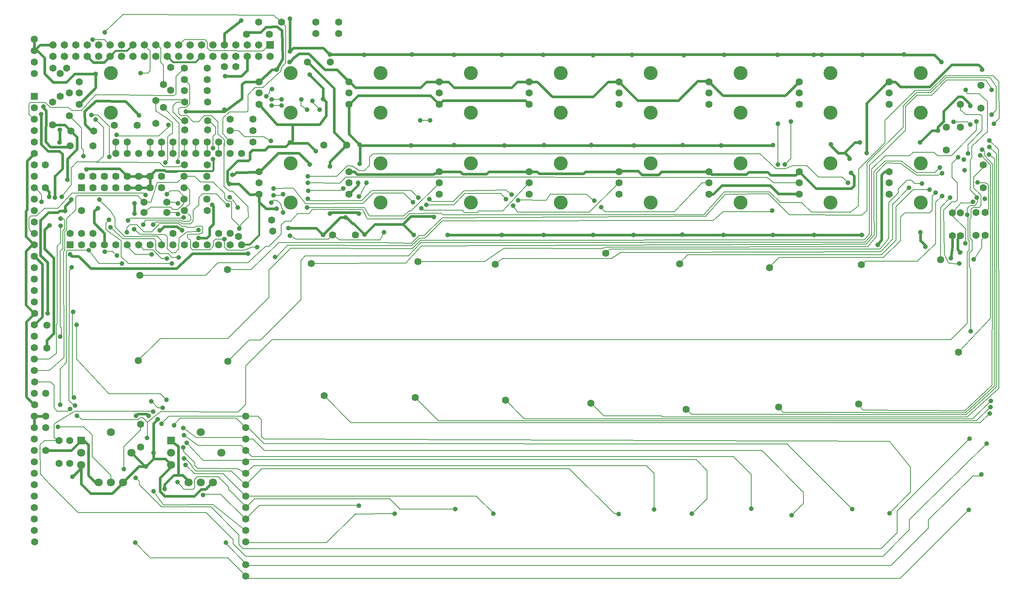
<source format=gbl>
%FSLAX33Y33*%
%MOMM*%
%AMRect-W1650000-H1650000-RO0.500*
21,1,1.65,1.65,0.,0.,270*%
%AMRect-W1600000-H1600000-RO0.500*
21,1,1.6,1.6,0.,0.,270*%
%ADD10C,0.2032*%
%ADD11C,0.6096*%
%ADD12C,0.381*%
%ADD13C,1.0668*%
%ADD14C,1.6*%
%ADD15C,1.6*%
%ADD16R,1.8X1.8*%
%ADD17C,1.8*%
%ADD18C,1.6*%
%ADD19C,3.1*%
%ADD20C,1.6*%
%ADD21R,1.62X1.62*%
%ADD22C,1.62*%
%ADD23R,1.6X1.6*%
%ADD24C,1.65*%
%ADD25Rect-W1650000-H1650000-RO0.500*%
%ADD26Rect-W1600000-H1600000-RO0.500*%
D10*
%LNbottom copper_traces*%
G01*
X6700Y22725D02*
X12725Y16700D01*
X217325Y97446D02*
X215300Y99471D01*
X23580Y80055D02*
X24275Y80750D01*
X203350Y76525D02*
X203350Y85675D01*
D11*
X1118Y78082D02*
X1118Y83764D01*
X63975Y118775D02*
X67600Y115150D01*
X54480Y124675D02*
X53323Y123518D01*
D10*
X33201Y88236D02*
X32489Y87525D01*
X39932Y78754D02*
X40168Y78754D01*
X48481Y9609D02*
X49403Y8687D01*
X205249Y74143D02*
X205150Y83950D01*
X36150Y30322D02*
X36150Y31164D01*
D11*
X50952Y95297D02*
X50952Y96791D01*
D10*
X63250Y73750D02*
X86166Y73750D01*
D11*
X161750Y92425D02*
X161250Y91925D01*
D10*
X152550Y26050D02*
X150125Y28475D01*
D11*
X213625Y115487D02*
X212812Y116300D01*
X42835Y80874D02*
X42835Y84783D01*
D10*
X204750Y92116D02*
X203961Y91700D01*
D11*
X90125Y112500D02*
X95050Y112500D01*
D10*
X96200Y85100D02*
X98725Y87625D01*
D11*
X29973Y92837D02*
X31962Y92837D01*
D10*
X211487Y77244D02*
X211487Y75038D01*
X77531Y93931D02*
X77531Y95719D01*
D11*
X75013Y109450D02*
X73063Y107500D01*
D10*
X184800Y17450D02*
X170325Y31925D01*
X35515Y106820D02*
X36737Y106820D01*
X63300Y85400D02*
X76075Y85425D01*
X38890Y99125D02*
X38915Y99100D01*
X111869Y37531D02*
X211506Y37531D01*
X210375Y84395D02*
X210959Y84980D01*
X203350Y85675D02*
X204750Y87075D01*
X213041Y84548D02*
X213375Y84955D01*
X126825Y41025D02*
X129600Y38250D01*
D11*
X72939Y100878D02*
X75336Y98480D01*
D10*
X203350Y87821D02*
X202564Y87035D01*
X37031Y88975D02*
X36244Y88975D01*
X188245Y75845D02*
X190175Y78165D01*
X64025Y83175D02*
X64850Y84075D01*
D11*
X65672Y79930D02*
X67158Y78445D01*
X45925Y90215D02*
X45925Y92630D01*
X96350Y111200D02*
X95050Y112500D01*
D10*
X85600Y72175D02*
X89050Y76000D01*
D11*
X75013Y109450D02*
X91040Y109450D01*
D10*
X199250Y72600D02*
X203350Y76525D01*
X211421Y95537D02*
X211027Y95144D01*
D11*
X6350Y86900D02*
X6350Y87975D01*
D10*
X41430Y120040D02*
X42095Y119375D01*
X2325Y82632D02*
X3532Y82632D01*
D11*
X169890Y109400D02*
X172990Y112500D01*
X74411Y111225D02*
X73063Y112573D01*
D10*
X50586Y82400D02*
X48925Y80739D01*
X52050Y111175D02*
X53869Y111175D01*
X30000Y108466D02*
X30000Y106050D01*
X131225Y75300D02*
X129975Y74750D01*
X53462Y37338D02*
X53462Y33649D01*
X199075Y91700D02*
X195525Y94394D01*
X17675Y104571D02*
X19700Y102571D01*
D11*
X91610Y91935D02*
X93040Y92500D01*
D10*
X23580Y79025D02*
X23580Y80055D01*
D11*
X27844Y26925D02*
X29550Y28631D01*
D10*
X207005Y91200D02*
X207005Y94417D01*
X28138Y36771D02*
X28136Y36771D01*
X208450Y52325D02*
X215500Y59875D01*
D11*
X10350Y90750D02*
X10350Y95315D01*
D12*
X49075Y76290D02*
X50850Y76290D01*
D10*
X195050Y87787D02*
X192900Y85637D01*
X162325Y17525D02*
X162325Y25200D01*
X206831Y113864D02*
X216100Y113813D01*
D11*
X98250Y91950D02*
X97700Y92500D01*
X190475Y76290D02*
X191300Y77375D01*
X5850Y53320D02*
X5850Y55085D01*
X50584Y94929D02*
X50952Y95297D01*
X50648Y123518D02*
X50177Y123047D01*
D10*
X35113Y105412D02*
X35113Y106418D01*
X7395Y44975D02*
X6650Y45720D01*
X50549Y84666D02*
X50574Y82400D01*
D11*
X7600Y91600D02*
X7700Y91600D01*
D10*
X126415Y83475D02*
X132990Y90000D01*
X75225Y92785D02*
X76385Y92785D01*
X36335Y121905D02*
X35080Y120650D01*
X205819Y112875D02*
X202494Y109550D01*
D11*
X176740Y88750D02*
X184600Y88750D01*
X32241Y92558D02*
X34620Y92608D01*
D10*
X43513Y87570D02*
X44094Y86989D01*
X36550Y28725D02*
X38100Y27175D01*
X38350Y21850D02*
X38675Y22175D01*
X31270Y99125D02*
X31295Y99100D01*
X62300Y64075D02*
X62300Y72800D01*
D11*
X63975Y118775D02*
X61927Y118724D01*
D10*
X39573Y85088D02*
X39573Y86757D01*
X140725Y74525D02*
X133325Y74525D01*
D11*
X8718Y101479D02*
X8718Y99383D01*
D10*
X45300Y75743D02*
X45300Y77485D01*
D11*
X5646Y106050D02*
X5021Y106675D01*
D10*
X88250Y72475D02*
X103085Y72475D01*
X166450Y88000D02*
X156325Y87975D01*
X210007Y76581D02*
X210007Y79821D01*
X13500Y97700D02*
X13500Y102220D01*
X44964Y100975D02*
X44964Y104395D01*
X28750Y99105D02*
X28750Y96585D01*
X40400Y80254D02*
X40400Y78990D01*
D11*
X16281Y81130D02*
X18635Y78777D01*
X3000Y76200D02*
X1118Y78082D01*
D10*
X164300Y96500D02*
X167900Y93200D01*
X7425Y33375D02*
X8450Y32700D01*
X32850Y102425D02*
X30716Y100429D01*
D11*
X3000Y58420D02*
X4819Y60239D01*
X59792Y119232D02*
X59792Y126594D01*
D10*
X59848Y78303D02*
X61204Y77475D01*
X44964Y104395D02*
X46344Y105775D01*
X50535Y28475D02*
X50000Y27940D01*
D11*
X58077Y123926D02*
X58179Y117642D01*
X26225Y26925D02*
X27844Y26925D01*
D10*
X135170Y75725D02*
X188245Y75845D01*
D11*
X41050Y21850D02*
X42700Y23500D01*
D10*
X13544Y106106D02*
X16675Y109568D01*
D11*
X84952Y80848D02*
X86654Y82550D01*
D10*
X210384Y109865D02*
X210015Y110693D01*
D11*
X41365Y77750D02*
X41953Y78337D01*
D10*
X77040Y81961D02*
X85203Y81961D01*
X32680Y100255D02*
X32659Y95136D01*
X24975Y127425D02*
X56185Y127325D01*
X42725Y100400D02*
X43300Y100975D01*
D11*
X184600Y88750D02*
X185250Y89400D01*
D10*
X190175Y78165D02*
X190225Y92275D01*
X195550Y77200D02*
X191700Y73450D01*
X37795Y81753D02*
X37795Y82500D01*
D11*
X75362Y98429D02*
X75438Y98480D01*
X12875Y73700D02*
X11287Y73700D01*
D10*
X53275Y55050D02*
X62300Y64075D01*
X147925Y39675D02*
X149025Y38550D01*
X45350Y87633D02*
X45350Y86600D01*
X196102Y107152D02*
X199060Y110109D01*
X192325Y94400D02*
X195525Y94394D01*
X33725Y101150D02*
X33725Y103400D01*
X3000Y78825D02*
X3000Y78740D01*
D11*
X213625Y115200D02*
X213625Y115487D01*
D10*
X215500Y40175D02*
X212400Y37125D01*
X40400Y80254D02*
X40259Y80395D01*
X33550Y74460D02*
X32560Y75400D01*
X187963Y76388D02*
X89050Y76000D01*
X64025Y83175D02*
X61525Y83175D01*
X31700Y116200D02*
X31150Y116750D01*
D11*
X1118Y74803D02*
X1118Y62872D01*
D10*
X44440Y20800D02*
X50000Y15240D01*
X38675Y22175D02*
X38675Y24103D01*
X169875Y93200D02*
X171625Y93825D01*
D11*
X196418Y118445D02*
X196309Y118554D01*
D10*
X30844Y94500D02*
X31827Y93593D01*
D11*
X67218Y108687D02*
X67837Y108068D01*
D10*
X18950Y79650D02*
X22325Y77200D01*
X57350Y76772D02*
X79951Y76746D01*
D11*
X50925Y87400D02*
X52990Y87500D01*
D10*
X41430Y120040D02*
X41430Y121394D01*
X202277Y110109D02*
X205600Y113432D01*
X25224Y109526D02*
X34092Y109464D01*
X214246Y96946D02*
X213925Y97367D01*
D11*
X93823Y108333D02*
X112157Y108333D01*
D10*
X11358Y87733D02*
X8225Y84400D01*
X166975Y83600D02*
X156055Y83600D01*
X215500Y59875D02*
X215500Y93910D01*
X38675Y91505D02*
X36439Y91505D01*
X89775Y83231D02*
X93401Y83231D01*
D11*
X4350Y73900D02*
X4350Y81729D01*
D10*
X217450Y104375D02*
X217387Y112062D01*
X4325Y31725D02*
X4350Y25250D01*
X42835Y77064D02*
X42835Y75969D01*
X213925Y93434D02*
X213925Y94005D01*
D11*
X187975Y107735D02*
X192900Y112660D01*
D10*
X50547Y35560D02*
X54030Y32077D01*
X203961Y91700D02*
X199075Y91700D01*
X27350Y75150D02*
X27050Y75430D01*
D11*
X5546Y99139D02*
X5646Y106050D01*
D10*
X8825Y76780D02*
X8076Y75881D01*
X86969Y75375D02*
X88869Y77275D01*
D11*
X192000Y92500D02*
X192990Y92500D01*
D10*
X23926Y72051D02*
X22340Y73650D01*
X90825Y86425D02*
X91350Y85900D01*
X182600Y91325D02*
X183900Y90025D01*
X213760Y95900D02*
X215500Y93910D01*
X152550Y19750D02*
X152550Y26050D01*
X28247Y114422D02*
X28775Y114950D01*
X21000Y82190D02*
X19982Y83763D01*
X171150Y95475D02*
X169800Y94125D01*
D11*
X30939Y21432D02*
X30939Y24380D01*
D10*
X140800Y17375D02*
X140800Y25450D01*
X49590Y28350D02*
X50000Y27940D01*
D11*
X7290Y56525D02*
X7290Y73335D01*
D10*
X45205Y89225D02*
X45205Y98850D01*
X47193Y10719D02*
X47193Y9779D01*
D11*
X15550Y20950D02*
X20300Y20950D01*
X172990Y92500D02*
X176740Y88750D01*
D10*
X13500Y102220D02*
X10800Y104920D01*
X41100Y69475D02*
X43850Y72225D01*
X206731Y113864D02*
X205410Y113864D01*
X40525Y20800D02*
X44440Y20800D01*
X81991Y19736D02*
X84277Y17450D01*
D11*
X16675Y114249D02*
X12010Y114249D01*
D10*
X50000Y17780D02*
X51956Y19736D01*
D11*
X11287Y73700D02*
X10975Y74375D01*
D10*
X31525Y39990D02*
X30485Y39990D01*
X10219Y82185D02*
X10219Y79619D01*
X92850Y37125D02*
X212400Y37125D01*
X50000Y33020D02*
X51605Y33020D01*
X98568Y83450D02*
X98118Y83900D01*
X211218Y82313D02*
X211218Y84218D01*
X22725Y77600D02*
X29710Y77600D01*
X30000Y120550D02*
X30525Y120550D01*
D11*
X208255Y77589D02*
X208879Y78315D01*
D10*
X85607Y76074D02*
X59312Y76150D01*
X33359Y84600D02*
X33869Y84090D01*
X186150Y84850D02*
X186200Y89525D01*
X101397Y20320D02*
X101397Y20210D01*
X62300Y107225D02*
X63700Y106325D01*
X36150Y30322D02*
X38675Y27797D01*
X12552Y87162D02*
X26075Y87127D01*
X27298Y87760D02*
X27750Y87308D01*
X169425Y38975D02*
X209975Y38900D01*
X214246Y96061D02*
X216021Y94119D01*
X9751Y81714D02*
X9280Y82085D01*
X45600Y9830D02*
X50114Y5316D01*
X33850Y105743D02*
X35768Y103825D01*
X9342Y82085D02*
X8894Y82085D01*
X206790Y96050D02*
X212429Y101714D01*
X88869Y77275D02*
X187500Y77375D01*
X149025Y38550D02*
X210150Y38475D01*
D12*
X40111Y118110D02*
X38851Y116850D01*
D10*
X8875Y80445D02*
X8875Y76830D01*
X33300Y72050D02*
X32575Y72050D01*
X43306Y77535D02*
X42835Y77064D01*
D11*
X204591Y116916D02*
X203062Y118445D01*
D10*
X215875Y45000D02*
X216021Y94119D01*
X32560Y78100D02*
X32091Y78543D01*
D11*
X59848Y98880D02*
X60401Y99434D01*
D10*
X34809Y83075D02*
X34862Y82782D01*
D11*
X60604Y120045D02*
X59792Y119232D01*
D10*
X37532Y109523D02*
X37532Y111835D01*
X32560Y75400D02*
X32560Y78100D01*
X38163Y75146D02*
X37694Y75616D01*
X210009Y105192D02*
X208875Y106325D01*
X10400Y75050D02*
X15100Y75050D01*
X30950Y74250D02*
X30050Y75150D01*
X210959Y81877D02*
X211218Y82313D01*
D11*
X53078Y92436D02*
X57165Y96675D01*
D10*
X110475Y83475D02*
X109525Y84740D01*
X11215Y89574D02*
X11215Y93324D01*
X72580Y93826D02*
X73685Y93775D01*
X106725Y87625D02*
X107865Y86400D01*
X55200Y64575D02*
X55200Y70675D01*
X12400Y50825D02*
X19575Y43100D01*
X22887Y26388D02*
X22887Y31355D01*
X92850Y37125D02*
X87675Y42300D01*
X13574Y37352D02*
X12675Y38225D01*
X13500Y97700D02*
X13925Y97275D01*
X214246Y96061D02*
X214246Y96946D01*
X5270Y32700D02*
X8500Y32700D01*
D11*
X50925Y87400D02*
X48515Y89810D01*
D10*
X54225Y32077D02*
X170325Y31925D01*
X191211Y8687D02*
X194775Y12251D01*
X26625Y114422D02*
X28247Y114422D01*
X31000Y55425D02*
X46050Y55425D01*
X207725Y85806D02*
X208154Y86236D01*
X31295Y99100D02*
X31295Y96585D01*
D11*
X75336Y98349D02*
X167005Y98349D01*
D10*
X10553Y106820D02*
X6579Y106790D01*
X39573Y86757D02*
X40386Y87570D01*
D11*
X55850Y115189D02*
X56856Y115189D01*
X5330Y75295D02*
X5330Y79580D01*
D10*
X203775Y96050D02*
X206751Y96050D01*
X210375Y82900D02*
X210375Y84395D01*
X45205Y98850D02*
X45200Y96530D01*
X95575Y96500D02*
X164300Y96500D01*
D12*
X52990Y78430D02*
X50850Y76290D01*
D10*
X207162Y82615D02*
X207162Y83531D01*
X131595Y75725D02*
X135170Y75725D01*
X63825Y90000D02*
X70945Y89949D01*
X210375Y58800D02*
X206725Y55150D01*
D11*
X5560Y30485D02*
X11185Y30485D01*
X8225Y83400D02*
X8615Y83790D01*
D10*
X35878Y80876D02*
X37694Y80876D01*
X153850Y81645D02*
X93701Y81594D01*
X117628Y87525D02*
X125700Y87525D01*
X53774Y119304D02*
X55121Y120650D01*
X213680Y101717D02*
X213680Y104817D01*
X77531Y95719D02*
X78307Y96495D01*
X75225Y86875D02*
X76774Y89849D01*
D12*
X42829Y95325D02*
X42829Y93010D01*
D10*
X27050Y75430D02*
X26215Y76265D01*
X199212Y109550D02*
X196647Y106985D01*
X199060Y110109D02*
X202277Y110109D01*
X110475Y86190D02*
X116793Y86165D01*
D11*
X18491Y116761D02*
X19840Y118110D01*
D10*
X35067Y93593D02*
X36358Y94045D01*
X214348Y78450D02*
X214348Y78148D01*
X195550Y82425D02*
X195550Y77200D01*
X45950Y86000D02*
X46550Y86000D01*
D11*
X23670Y91515D02*
X28750Y91515D01*
D10*
X210490Y98527D02*
X213680Y101717D01*
X142338Y38250D02*
X142613Y37975D01*
X53818Y111175D02*
X57915Y114897D01*
X91350Y85900D02*
X96118Y85900D01*
X210795Y71390D02*
X210959Y71225D01*
X21325Y100725D02*
X21595Y100455D01*
D11*
X179928Y98445D02*
X181701Y96672D01*
D10*
X38675Y27175D02*
X38675Y27797D01*
D11*
X29550Y28631D02*
X32171Y28631D01*
X45265Y123215D02*
X45240Y120650D01*
X104025Y92500D02*
X103475Y91950D01*
D10*
X23650Y99125D02*
X23650Y96585D01*
X204400Y84500D02*
X206550Y86736D01*
X40919Y121905D02*
X36335Y121905D01*
X69310Y78385D02*
X68400Y77475D01*
X41455Y99100D02*
X41455Y96585D01*
X50000Y20320D02*
X101397Y20320D01*
X54125Y30500D02*
X164700Y30500D01*
X140800Y25450D02*
X139100Y27150D01*
X188125Y94400D02*
X196102Y102377D01*
X32791Y74250D02*
X33616Y73425D01*
X193075Y16575D02*
X197750Y21250D01*
X186950Y82875D02*
X188125Y83850D01*
D11*
X199945Y77200D02*
X201016Y76129D01*
D10*
X149250Y16450D02*
X152550Y19750D01*
D11*
X34600Y70950D02*
X38163Y74252D01*
X205075Y105945D02*
X208330Y109200D01*
D10*
X188575Y78685D02*
X188575Y93900D01*
X86710Y88375D02*
X88525Y86560D01*
X213100Y24800D02*
X213475Y25175D01*
D11*
X92990Y107500D02*
X91040Y109450D01*
D10*
X111869Y37531D02*
X107850Y41650D01*
X36358Y99100D02*
X36358Y96585D01*
X43850Y72225D02*
X50475Y72250D01*
X69327Y78445D02*
X70882Y77334D01*
X45250Y77950D02*
X45665Y77535D01*
D11*
X46280Y89710D02*
X45925Y90215D01*
D10*
X215094Y89514D02*
X215094Y84166D01*
X42095Y119375D02*
X42344Y119375D01*
X27606Y37352D02*
X28161Y36771D01*
X32659Y95136D02*
X32106Y94583D01*
X215350Y38725D02*
X213268Y36718D01*
X34500Y109796D02*
X34500Y113655D01*
X48411Y101665D02*
X49787Y100290D01*
X3000Y50800D02*
X6300Y50800D01*
D11*
X50320Y115011D02*
X49025Y113716D01*
X161250Y91925D02*
X153565Y91925D01*
D10*
X27606Y37352D02*
X27186Y37771D01*
X3000Y88900D02*
X3375Y88900D01*
D11*
X34600Y70950D02*
X15625Y70950D01*
D10*
X209975Y38900D02*
X216375Y44800D01*
D11*
X74200Y92500D02*
X74765Y91935D01*
D10*
X164700Y30500D02*
X173975Y21225D01*
X197450Y88925D02*
X193750Y85225D01*
X186200Y89525D02*
X186200Y93050D01*
X17146Y105100D02*
X15750Y105100D01*
D11*
X65672Y79930D02*
X59390Y79930D01*
D10*
X103085Y72475D02*
X107435Y75500D01*
X8076Y75881D02*
X8096Y58714D01*
X194500Y77225D02*
X191300Y74075D01*
X213094Y90050D02*
X214151Y90050D01*
D11*
X130531Y112500D02*
X127200Y109169D01*
D10*
X9566Y74725D02*
X9625Y51215D01*
D11*
X166650Y91750D02*
X165975Y92425D01*
D10*
X208963Y85550D02*
X211675Y85550D01*
X128775Y84750D02*
X129825Y83625D01*
X50000Y40800D02*
X48300Y39100D01*
D11*
X50475Y74261D02*
X38163Y74252D01*
X70340Y115150D02*
X67600Y115150D01*
X14434Y93200D02*
X21985Y93200D01*
D10*
X32675Y104300D02*
X33725Y103400D01*
X35515Y105010D02*
X35113Y105412D01*
X6300Y50800D02*
X7900Y52075D01*
X29554Y21488D02*
X31694Y18426D01*
D11*
X11520Y24654D02*
X13400Y26534D01*
D10*
X25225Y79675D02*
X25265Y79725D01*
X12552Y87162D02*
X12227Y86902D01*
X121925Y26450D02*
X53590Y26450D01*
X201752Y13259D02*
X201752Y15123D01*
D11*
X59848Y98880D02*
X63795Y98880D01*
D10*
X55350Y110725D02*
X55500Y110875D01*
X215775Y110950D02*
X215775Y110675D01*
D11*
X52990Y87500D02*
X52990Y85706D01*
X12010Y114249D02*
X10130Y112370D01*
D10*
X31325Y73150D02*
X29325Y75150D01*
X156575Y87500D02*
X166175Y87575D01*
D11*
X199945Y78990D02*
X199945Y77187D01*
D10*
X78025Y88350D02*
X86710Y88375D01*
X30050Y75150D02*
X30050Y77035D01*
X201975Y83328D02*
X196453Y83328D01*
D11*
X5546Y99139D02*
X6567Y97996D01*
X185250Y91535D02*
X184510Y92275D01*
D10*
X21595Y100455D02*
X22320Y100455D01*
D12*
X42596Y92701D02*
X34528Y92701D01*
D11*
X185379Y98990D02*
X186495Y98990D01*
D10*
X54030Y32077D02*
X54407Y32077D01*
X211125Y57325D02*
X211125Y70881D01*
D11*
X6000Y60960D02*
X5950Y72050D01*
D10*
X51355Y29125D02*
X158400Y29125D01*
D11*
X11185Y30485D02*
X13400Y32700D01*
X2515Y76200D02*
X1118Y74803D01*
D10*
X50000Y15240D02*
X53085Y18325D01*
X58449Y83650D02*
X58297Y83750D01*
X69310Y78400D02*
X69310Y78385D01*
D11*
X152990Y112600D02*
X150450Y112600D01*
X93823Y108333D02*
X92990Y107500D01*
D10*
X129825Y83625D02*
X145275Y83600D01*
X32863Y38100D02*
X52700Y38100D01*
D11*
X60477Y117748D02*
X59848Y116675D01*
D10*
X42344Y119375D02*
X53774Y119304D01*
D11*
X51511Y97350D02*
X54289Y97350D01*
X14240Y103035D02*
X15750Y101525D01*
D10*
X131225Y75300D02*
X190975Y75300D01*
D11*
X152990Y112500D02*
X156090Y109400D01*
D10*
X205625Y113406D02*
X215419Y113406D01*
D11*
X4500Y98608D02*
X6035Y97073D01*
D10*
X186411Y40452D02*
X185725Y41225D01*
X197900Y90637D02*
X197000Y90637D01*
D11*
X183134Y96745D02*
X185379Y98990D01*
D10*
X33725Y101150D02*
X32953Y100528D01*
X48300Y39100D02*
X31126Y39125D01*
X58903Y124751D02*
X57970Y125760D01*
X19575Y43100D02*
X30999Y43150D01*
X25425Y10000D02*
X28700Y6725D01*
X36737Y106820D02*
X37532Y107615D01*
X30716Y100429D02*
X29011Y100425D01*
D11*
X9300Y93200D02*
X9300Y96365D01*
D10*
X18390Y102310D02*
X16650Y104050D01*
X28136Y36771D02*
X29716Y38024D01*
X50034Y4953D02*
X193446Y4953D01*
D11*
X212762Y116250D02*
X206850Y116250D01*
D10*
X89603Y83160D02*
X89775Y83231D01*
X212429Y101714D02*
X212421Y103750D01*
X214817Y105756D02*
X214825Y105990D01*
X129125Y75375D02*
X130250Y75700D01*
X63475Y88325D02*
X71046Y88325D01*
D11*
X28408Y38238D02*
X28005Y38640D01*
D10*
X28775Y114950D02*
X28775Y119335D01*
X195675Y94875D02*
X196825Y94000D01*
X1850Y107620D02*
X1850Y105290D01*
X37373Y77535D02*
X37008Y77900D01*
D11*
X212812Y116300D02*
X212762Y116250D01*
D10*
X35901Y82200D02*
X36244Y82190D01*
X202184Y110637D02*
X198837Y110637D01*
X202564Y83917D02*
X201975Y83328D01*
X53085Y18325D02*
X75150Y18325D01*
X131950Y16425D02*
X121925Y26450D01*
X47064Y88152D02*
X50549Y84666D01*
X15981Y121900D02*
X18590Y121900D01*
D11*
X6035Y97073D02*
X8592Y97073D01*
X156090Y109400D02*
X169890Y109400D01*
D10*
X22887Y31355D02*
X26613Y35081D01*
X210009Y105192D02*
X213297Y105192D01*
X214616Y89960D02*
X215094Y89514D01*
X19982Y83763D02*
X19982Y83763D01*
X205150Y83950D02*
X207006Y85806D01*
X38346Y81528D02*
X38346Y83902D01*
X60000Y75475D02*
X86969Y75375D01*
D11*
X48225Y94929D02*
X50584Y94929D01*
D10*
X49403Y8687D02*
X191211Y8687D01*
X46850Y82190D02*
X48600Y80440D01*
X36601Y80395D02*
X35866Y80395D01*
X11475Y42700D02*
X11850Y42325D01*
X30950Y74250D02*
X32791Y74250D01*
X208875Y106325D02*
X208875Y107515D01*
D11*
X68786Y118554D02*
X196309Y118554D01*
D10*
X109525Y84740D02*
X109400Y84950D01*
X205819Y112875D02*
X214550Y112875D01*
X93401Y83231D02*
X93832Y82900D01*
X30000Y106050D02*
X32675Y104300D01*
X41430Y121394D02*
X40919Y121905D01*
X50475Y72250D02*
X54390Y75865D01*
D11*
X71009Y82296D02*
X72415Y82296D01*
D10*
X26090Y37352D02*
X26510Y37771D01*
X215419Y113406D02*
X216775Y111450D01*
X211426Y98238D02*
X214817Y101404D01*
D11*
X110372Y112500D02*
X109072Y111200D01*
D12*
X19840Y118110D02*
X21022Y119393D01*
D10*
X27360Y81100D02*
X27549Y81466D01*
X9085Y75104D02*
X8806Y74850D01*
X1852Y82260D02*
X2325Y82632D01*
X50547Y35560D02*
X50000Y35560D01*
X101475Y83450D02*
X98568Y83450D01*
D11*
X110372Y112500D02*
X114800Y112500D01*
D10*
X189100Y78450D02*
X189075Y93050D01*
D11*
X38600Y20371D02*
X40080Y21850D01*
D10*
X197750Y21250D02*
X197750Y26825D01*
D11*
X191300Y82875D02*
X191275Y82900D01*
D10*
X216375Y44800D02*
X216450Y95400D01*
X35113Y106418D02*
X35515Y106820D01*
D11*
X208330Y109200D02*
X209297Y109200D01*
D10*
X10125Y74775D02*
X10400Y75050D01*
D11*
X141750Y91846D02*
X138054Y91846D01*
D10*
X46850Y85700D02*
X46850Y82125D01*
X43933Y24689D02*
X46193Y22428D01*
X168500Y73450D02*
X166450Y71300D01*
D11*
X6567Y97996D02*
X10527Y97996D01*
D10*
X62300Y72800D02*
X63250Y73750D01*
D11*
X86654Y82550D02*
X91821Y82550D01*
D10*
X55875Y55150D02*
X50000Y49275D01*
X39040Y80395D02*
X38784Y80139D01*
X56225Y87250D02*
X58100Y87250D01*
X8750Y48675D02*
X10125Y50050D01*
X18650Y123575D02*
X22750Y127425D01*
D11*
X69615Y101305D02*
X69615Y111059D01*
D10*
X50225Y105775D02*
X50500Y106050D01*
X204225Y93400D02*
X203175Y92350D01*
X125700Y87525D02*
X127600Y85925D01*
X101775Y83750D02*
X101475Y83450D01*
X133325Y74525D02*
X131325Y73200D01*
X86848Y76593D02*
X88486Y78232D01*
D11*
X57165Y96675D02*
X61775Y96675D01*
D10*
X29350Y39250D02*
X11950Y39250D01*
X63825Y91450D02*
X70255Y91501D01*
X86870Y76023D02*
X88593Y77693D01*
X45925Y50250D02*
X50725Y55050D01*
D11*
X187975Y96660D02*
X187975Y107735D01*
D10*
X34824Y90125D02*
X36309Y91505D01*
D11*
X41953Y79992D02*
X42835Y80874D01*
D10*
X88991Y76750D02*
X187650Y76850D01*
X12725Y16700D02*
X41212Y16700D01*
X210375Y58800D02*
X210375Y74625D01*
X166175Y87575D02*
X170800Y82950D01*
X25530Y24390D02*
X26400Y23698D01*
D11*
X36794Y105855D02*
X45244Y105855D01*
D10*
X42012Y75146D02*
X42835Y75969D01*
X16940Y94525D02*
X18390Y95975D01*
X35768Y103825D02*
X36700Y103825D01*
D11*
X153896Y87500D02*
X155804Y89408D01*
D10*
X50500Y106050D02*
X50500Y109625D01*
D11*
X28005Y38640D02*
X26154Y38640D01*
D10*
X217350Y44325D02*
X217325Y97310D01*
D11*
X32000Y22000D02*
X32000Y23000D01*
X48515Y89810D02*
X46330Y89810D01*
X76417Y78562D02*
X78703Y80848D01*
D10*
X18590Y121900D02*
X19840Y120650D01*
X215875Y45000D02*
X209750Y39350D01*
D12*
X42829Y93010D02*
X42596Y92701D01*
D10*
X216831Y44556D02*
X216906Y96450D01*
X59312Y76150D02*
X56847Y73491D01*
X55765Y108550D02*
X57950Y108550D01*
X152225Y82600D02*
X156575Y87500D01*
X195558Y2184D02*
X204270Y10897D01*
X29710Y77600D02*
X30050Y77035D01*
X42875Y102850D02*
X41875Y103850D01*
X189625Y92500D02*
X189650Y84250D01*
X28885Y84600D02*
X33359Y84600D01*
D11*
X115200Y92050D02*
X114750Y92500D01*
D10*
X34310Y74460D02*
X35125Y75275D01*
X42266Y17975D02*
X48481Y11760D01*
X1852Y79753D02*
X2475Y78825D01*
X35120Y80940D02*
X35789Y80398D01*
X201752Y15123D02*
X211600Y24800D01*
X16675Y109568D02*
X23175Y109568D01*
X26825Y86309D02*
X27409Y85725D01*
D11*
X54991Y98052D02*
X58910Y98052D01*
X4270Y120650D02*
X3000Y119380D01*
D10*
X6650Y45720D02*
X3000Y45720D01*
X37513Y81470D02*
X37795Y81753D01*
D11*
X94889Y78450D02*
X187147Y78450D01*
D10*
X46344Y105775D02*
X50225Y105775D01*
D11*
X208767Y74524D02*
X208255Y75188D01*
D10*
X199075Y92300D02*
X203175Y92350D01*
X3375Y88900D02*
X4600Y87300D01*
X210959Y81877D02*
X210959Y77771D01*
X58706Y81525D02*
X60000Y81525D01*
X11358Y87760D02*
X27298Y87760D01*
D11*
X58910Y98052D02*
X59848Y98990D01*
D10*
X44995Y25325D02*
X50000Y20320D01*
X212666Y86761D02*
X212641Y85700D01*
X212091Y84980D02*
X211000Y84955D01*
X50500Y109625D02*
X52050Y111175D01*
X49987Y6985D02*
X191620Y6985D01*
X205410Y113862D02*
X202184Y110637D01*
X30000Y108466D02*
X30469Y107997D01*
X60000Y81525D02*
X60000Y81510D01*
D11*
X203062Y118445D02*
X196418Y118445D01*
D10*
X35096Y88236D02*
X33201Y88236D01*
X85607Y76074D02*
X86870Y76023D01*
X55500Y110875D02*
X56200Y110875D01*
X79951Y76746D02*
X86701Y76593D01*
D11*
X183134Y96745D02*
X184200Y95679D01*
X74830Y83412D02*
X68895Y83412D01*
D10*
X4325Y31755D02*
X5270Y32700D01*
D11*
X18635Y76265D02*
X18635Y78777D01*
D10*
X62300Y108550D02*
X62300Y107225D01*
X63850Y86525D02*
X64300Y86075D01*
D11*
X3000Y76200D02*
X2515Y76200D01*
D10*
X86166Y73750D02*
X88991Y76750D01*
X13925Y97275D02*
X13925Y95975D01*
X38100Y26870D02*
X38930Y25913D01*
X86701Y76593D02*
X86848Y76593D01*
X215575Y41525D02*
X211506Y37531D01*
D11*
X4819Y60239D02*
X4819Y71931D01*
D10*
X184425Y83475D02*
X186150Y84850D01*
D11*
X33500Y32500D02*
X33516Y32513D01*
D12*
X23617Y119393D02*
X24975Y120650D01*
D11*
X150450Y112600D02*
X146175Y108325D01*
D10*
X24409Y82190D02*
X24345Y82190D01*
D11*
X166548Y89408D02*
X168351Y87605D01*
D10*
X22320Y100455D02*
X29011Y100425D01*
X45350Y86600D02*
X45950Y86000D01*
X58297Y83650D02*
X57672Y85442D01*
D11*
X5258Y117792D02*
X3670Y119380D01*
X52990Y112500D02*
X49825Y112500D01*
D10*
X31150Y116750D02*
X31150Y119925D01*
X72270Y91274D02*
X165898Y91198D01*
X38625Y25325D02*
X44995Y25325D01*
X189700Y78450D02*
X187963Y76388D01*
X37008Y78337D02*
X37267Y78622D01*
X76026Y84075D02*
X77040Y81961D01*
D11*
X191275Y82900D02*
X191275Y91775D01*
X1374Y94894D02*
X1374Y84020D01*
X52990Y85706D02*
X54559Y84252D01*
D10*
X19700Y102571D02*
X19700Y102571D01*
D11*
X56934Y102956D02*
X52990Y107500D01*
X72415Y82296D02*
X73711Y81000D01*
D10*
X43300Y100975D02*
X43325Y102400D01*
X188575Y93900D02*
X191775Y96850D01*
D11*
X5540Y38100D02*
X3000Y38100D01*
D10*
X82875Y16425D02*
X74200Y16400D01*
X46550Y86000D02*
X46850Y85700D01*
X78375Y87725D02*
X85175Y87725D01*
D11*
X35056Y31416D02*
X35056Y25000D01*
X61775Y96675D02*
X63885Y94565D01*
X10800Y95755D02*
X12479Y97511D01*
D10*
X57672Y85442D02*
X56957Y86157D01*
X151750Y82900D02*
X151950Y83100D01*
X211600Y24800D02*
X213100Y24800D01*
X187725Y72600D02*
X199250Y72600D01*
X35125Y75275D02*
X35150Y77750D01*
X36375Y83706D02*
X36334Y84090D01*
X21110Y99125D02*
X21135Y99100D01*
X88593Y77693D02*
X89876Y77769D01*
X177325Y91325D02*
X182600Y91325D01*
X57847Y80666D02*
X58706Y81525D01*
X9762Y75071D02*
X9566Y74725D01*
X186200Y93050D02*
X192036Y98886D01*
D11*
X15000Y31750D02*
X14050Y32700D01*
D10*
X15100Y75050D02*
X17424Y72051D01*
D12*
X38851Y116850D02*
X33800Y116850D01*
D10*
X40386Y87570D02*
X43513Y87570D01*
X7395Y39955D02*
X7395Y44975D01*
X89876Y77769D02*
X93701Y81594D01*
X192036Y103879D02*
X192036Y98886D01*
D11*
X127200Y109169D02*
X118131Y109169D01*
D10*
X41430Y99125D02*
X41455Y99100D01*
X32953Y100528D02*
X32683Y100255D01*
D11*
X207025Y75800D02*
X207025Y78203D01*
D10*
X8100Y39250D02*
X7395Y39955D01*
X49733Y75082D02*
X45961Y75082D01*
X6300Y48260D02*
X9625Y51215D01*
D11*
X4500Y98608D02*
X4500Y105290D01*
D10*
X20390Y74825D02*
X21365Y73850D01*
X98725Y87625D02*
X106725Y87625D01*
D11*
X16113Y116761D02*
X14662Y118212D01*
D10*
X47506Y85817D02*
X48231Y84494D01*
X34824Y95324D02*
X35200Y95700D01*
X33550Y74460D02*
X34310Y74460D01*
X23067Y78108D02*
X21000Y80225D01*
X53590Y26450D02*
X50000Y22860D01*
X36410Y83885D02*
X37795Y82500D01*
X205249Y74143D02*
X206216Y72150D01*
X210795Y75072D02*
X210795Y76797D01*
X198300Y96850D02*
X202975Y96850D01*
D11*
X16740Y108200D02*
X23361Y108150D01*
D10*
X18950Y74825D02*
X20390Y74825D01*
D11*
X48975Y126111D02*
X45265Y123215D01*
D10*
X216775Y111450D02*
X216775Y106175D01*
X210795Y74346D02*
X210795Y71390D01*
X205410Y113864D02*
X205410Y113862D01*
X55575Y99339D02*
X54011Y100264D01*
X132900Y16375D02*
X131950Y16425D01*
X26372Y78593D02*
X32091Y78543D01*
X44964Y100975D02*
X46514Y99125D01*
X30354Y90125D02*
X34824Y90125D01*
X210541Y77381D02*
X210807Y77114D01*
X26335Y69475D02*
X41100Y69475D01*
X210350Y38000D02*
X217350Y44325D01*
D11*
X53323Y123518D02*
X50648Y123518D01*
D10*
X3532Y82632D02*
X5300Y84400D01*
X107115Y83750D02*
X101775Y83750D01*
X39261Y24689D02*
X43933Y24689D01*
X57872Y78599D02*
X57847Y80666D01*
D11*
X3000Y96520D02*
X1374Y94894D01*
X68895Y83412D02*
X68700Y83175D01*
X45925Y92630D02*
X48225Y94929D01*
X72990Y112500D02*
X70340Y115150D01*
D10*
X50725Y55050D02*
X53275Y55050D01*
X40168Y78754D02*
X40400Y78986D01*
D11*
X6350Y87975D02*
X5450Y88900D01*
D10*
X202564Y83917D02*
X202564Y87035D01*
X187725Y72600D02*
X186855Y71730D01*
D11*
X49195Y111956D02*
X49825Y112500D01*
D10*
X28829Y6596D02*
X46058Y6596D01*
X213760Y95900D02*
X213267Y96450D01*
X207162Y82615D02*
X210007Y79821D01*
D11*
X97700Y92500D02*
X93040Y92500D01*
D10*
X28730Y99125D02*
X28750Y99105D01*
X52700Y31925D02*
X54125Y30500D01*
D11*
X75362Y94445D02*
X75362Y98429D01*
X190475Y76212D02*
X190475Y76290D01*
D10*
X9762Y79162D02*
X10219Y79619D01*
D11*
X181701Y96672D02*
X183134Y96672D01*
D10*
X58100Y87250D02*
X58304Y87454D01*
X5939Y107425D02*
X5425Y107939D01*
X21000Y80225D02*
X21000Y82190D01*
D11*
X15000Y25000D02*
X15000Y31750D01*
D10*
X112704Y92785D02*
X112990Y92500D01*
D11*
X58179Y117642D02*
X56856Y115189D01*
D10*
X1850Y105290D02*
X3000Y104140D01*
X32575Y41574D02*
X30999Y43150D01*
X15875Y29150D02*
X15875Y33950D01*
D11*
X5330Y79580D02*
X6300Y80550D01*
X54289Y97350D02*
X54991Y98052D01*
D10*
X207165Y94550D02*
X208340Y95725D01*
X37368Y112000D02*
X36350Y112992D01*
X11950Y39250D02*
X7425Y36475D01*
D11*
X49195Y108751D02*
X49195Y111956D01*
D10*
X25415Y74125D02*
X23475Y76065D01*
X38675Y24103D02*
X39261Y24689D01*
D11*
X13400Y23101D02*
X13400Y27620D01*
D10*
X89070Y84375D02*
X89545Y83900D01*
X34338Y85725D02*
X34925Y85500D01*
X9035Y56135D02*
X9035Y57775D01*
X76385Y92785D02*
X77531Y93931D01*
D11*
X21985Y93200D02*
X23670Y91515D01*
D10*
X11215Y93324D02*
X12479Y94703D01*
X38346Y83902D02*
X39573Y85104D01*
X39568Y26515D02*
X39335Y26515D01*
X217387Y112062D02*
X217387Y112525D01*
X211125Y70881D02*
X210959Y71225D01*
D11*
X61880Y118724D02*
X60477Y117748D01*
X14240Y103035D02*
X14215Y105925D01*
X209297Y109200D02*
X211106Y107391D01*
D10*
X216775Y106175D02*
X215775Y105175D01*
X107115Y83750D02*
X112990Y90100D01*
X76026Y84075D02*
X64850Y84075D01*
X55137Y75865D02*
X57872Y78599D01*
X156055Y83600D02*
X153850Y81645D01*
X196453Y83328D02*
X195550Y82425D01*
X27186Y37771D02*
X26510Y37771D01*
X37552Y108878D02*
X37532Y109523D01*
X53462Y37338D02*
X52700Y38100D01*
X70255Y91501D02*
X72580Y93826D01*
X35382Y81346D02*
X29984Y81346D01*
X76075Y85425D02*
X78375Y87725D01*
X34050Y36262D02*
X35481Y37694D01*
X152325Y82600D02*
X93650Y82270D01*
X1852Y79753D02*
X1852Y82260D01*
X170800Y82950D02*
X186950Y82875D01*
D11*
X67158Y78400D02*
X67158Y78445D01*
D10*
X210375Y82900D02*
X210541Y82734D01*
X39379Y31650D02*
X49104Y31650D01*
D11*
X4350Y81729D02*
X4454Y81729D01*
D10*
X38344Y103600D02*
X39464Y103600D01*
X31300Y17975D02*
X42266Y17975D01*
X64300Y86075D02*
X75725Y86050D01*
X42748Y90235D02*
X39945Y90235D01*
X86300Y83775D02*
X86790Y83775D01*
D11*
X28651Y91515D02*
X29973Y92837D01*
D10*
X27360Y83425D02*
X27360Y83425D01*
D11*
X30939Y21432D02*
X32000Y20371D01*
D10*
X187650Y76850D02*
X189100Y78450D01*
D11*
X23675Y88975D02*
X28750Y88975D01*
D10*
X85175Y82650D02*
X86300Y83775D01*
D11*
X201975Y111375D02*
X206850Y116250D01*
D10*
X101397Y20210D02*
X105181Y16425D01*
X57900Y115546D02*
X58903Y116675D01*
X208559Y85087D02*
X207025Y83328D01*
X214825Y105990D02*
X214825Y108125D01*
D11*
X88850Y111225D02*
X74411Y111225D01*
D10*
X42012Y75146D02*
X38163Y75146D01*
X46765Y25968D02*
X50000Y22860D01*
D11*
X137200Y92700D02*
X133300Y92700D01*
D10*
X12400Y58250D02*
X12225Y58425D01*
D11*
X1221Y42419D02*
X3127Y40513D01*
D10*
X194775Y12251D02*
X194775Y17025D01*
X11215Y89574D02*
X9100Y86875D01*
X213550Y75600D02*
X211900Y72975D01*
X49104Y31650D02*
X50000Y30500D01*
X212641Y85700D02*
X212091Y84980D01*
X191150Y74725D02*
X140725Y74525D01*
X208963Y85550D02*
X208559Y85087D01*
X194500Y77225D02*
X194500Y84675D01*
D11*
X67837Y104974D02*
X66419Y102956D01*
X33400Y26841D02*
X30939Y24380D01*
D10*
X168850Y85600D02*
X166450Y88000D01*
X98118Y83900D02*
X89545Y83900D01*
X210415Y103556D02*
X211106Y102865D01*
D11*
X52990Y112500D02*
X55850Y115189D01*
D10*
X31126Y39125D02*
X29701Y38024D01*
X26075Y87127D02*
X26825Y86309D01*
D11*
X1221Y59106D02*
X1221Y42419D01*
D10*
X55350Y109995D02*
X55350Y110725D01*
X25765Y80750D02*
X27394Y79121D01*
X21135Y99100D02*
X21135Y96585D01*
D11*
X67837Y104974D02*
X67837Y108068D01*
D10*
X63825Y86500D02*
X63850Y86525D01*
X88875Y103900D02*
X90925Y103900D01*
X33869Y84090D02*
X34925Y84090D01*
X29068Y79121D02*
X30505Y80559D01*
X107065Y73200D02*
X105300Y71925D01*
D11*
X153565Y91925D02*
X152990Y92500D01*
D10*
X40259Y80395D02*
X39040Y80395D01*
X23067Y78108D02*
X30284Y78145D01*
X44094Y86896D02*
X45935Y85055D01*
X49987Y5000D02*
X50034Y4953D01*
X46058Y6596D02*
X50114Y2540D01*
X93832Y82900D02*
X151750Y82900D01*
X37267Y78622D02*
X39774Y78622D01*
D11*
X3075Y60960D02*
X1221Y59106D01*
D10*
X55765Y107225D02*
X57750Y107225D01*
X27360Y83425D02*
X28885Y84600D01*
X198662Y89875D02*
X197900Y90637D01*
D11*
X50320Y118175D02*
X50320Y115011D01*
D10*
X36275Y21850D02*
X34825Y23500D01*
X37694Y77354D02*
X37513Y77535D01*
X197510Y12875D02*
X197510Y15123D01*
X38625Y25325D02*
X36650Y27300D01*
X210150Y38475D02*
X216831Y44556D01*
D11*
X12875Y73700D02*
X15625Y70950D01*
D10*
X32500Y83425D02*
X34459Y83425D01*
D11*
X12479Y100206D02*
X12479Y97511D01*
X112990Y107500D02*
X112157Y108333D01*
X9850Y83790D02*
X9850Y84825D01*
D10*
X213550Y77350D02*
X213550Y75600D01*
D11*
X137150Y108325D02*
X133075Y112400D01*
D10*
X210384Y109865D02*
X212985Y109865D01*
D11*
X50952Y96791D02*
X51511Y97350D01*
D10*
X51956Y19736D02*
X81991Y19736D01*
D11*
X30887Y79481D02*
X30999Y79481D01*
D10*
X18390Y95975D02*
X18390Y102310D01*
X45255Y99596D02*
X45255Y99596D01*
D11*
X63706Y116969D02*
X69615Y111059D01*
D10*
X2169Y107939D02*
X5425Y107939D01*
X43995Y99125D02*
X43995Y96585D01*
X45255Y99596D02*
X43800Y100849D01*
X50114Y2083D02*
X195457Y2083D01*
D11*
X5330Y75295D02*
X7290Y73335D01*
X138054Y91846D02*
X137200Y92700D01*
D10*
X29984Y81346D02*
X29470Y80832D01*
D11*
X191300Y77375D02*
X191300Y82875D01*
D10*
X197750Y26825D02*
X193066Y32525D01*
D11*
X26311Y105000D02*
X23361Y108150D01*
D10*
X107435Y75500D02*
X129125Y75375D01*
X148225Y74075D02*
X146400Y72200D01*
X36275Y28725D02*
X36550Y28725D01*
X25224Y109526D02*
X23175Y109568D01*
X46514Y101665D02*
X48411Y101665D01*
X130250Y75700D02*
X131595Y75725D01*
X193750Y77525D02*
X191150Y74725D01*
X38915Y99100D02*
X38915Y96585D01*
X60560Y88814D02*
X63300Y85400D01*
X24275Y80750D02*
X25765Y80750D01*
X191700Y73450D02*
X168500Y73450D01*
D11*
X142404Y92500D02*
X141750Y91846D01*
D10*
X30284Y78145D02*
X31295Y77184D01*
X31295Y76265D02*
X31295Y77184D01*
X36275Y21850D02*
X38350Y21850D01*
X41212Y16700D02*
X47193Y10719D01*
X31827Y93593D02*
X35067Y93593D01*
D11*
X5850Y55085D02*
X7290Y56525D01*
D10*
X8806Y58004D02*
X9035Y57775D01*
D11*
X208255Y75188D02*
X208255Y77589D01*
D10*
X189650Y84250D02*
X189700Y78450D01*
X56090Y86157D02*
X56090Y86120D01*
X34500Y109796D02*
X34092Y109464D01*
X23926Y72051D02*
X32575Y72050D01*
X214817Y101404D02*
X214817Y105756D01*
X29325Y75150D02*
X27350Y75150D01*
X43800Y100849D02*
X43800Y103600D01*
D11*
X25273Y83142D02*
X25273Y85498D01*
X172990Y92500D02*
X172240Y91750D01*
D10*
X47866Y37694D02*
X50000Y35560D01*
X13544Y106106D02*
X11419Y106106D01*
X30000Y108466D02*
X35959Y108466D01*
X26400Y22875D02*
X31300Y17975D01*
D11*
X29550Y36555D02*
X30485Y37490D01*
X84952Y80848D02*
X87351Y78450D01*
D10*
X211825Y91334D02*
X213925Y93434D01*
X37532Y111835D02*
X37368Y112000D01*
X196647Y106985D02*
X196647Y101722D01*
X213375Y84955D02*
X213375Y87325D01*
X77451Y82650D02*
X85175Y82650D01*
X22340Y73650D02*
X22340Y77200D01*
D11*
X40080Y21850D02*
X41050Y21850D01*
X5258Y114300D02*
X5258Y117792D01*
D10*
X48600Y80440D02*
X48600Y79900D01*
X208154Y90050D02*
X207005Y91200D01*
D11*
X203875Y101645D02*
X203875Y102505D01*
D10*
X96575Y17450D02*
X84150Y17450D01*
X211825Y88813D02*
X213375Y87325D01*
X37694Y80876D02*
X38346Y81528D01*
D11*
X74765Y91935D02*
X91610Y91935D01*
D10*
X26090Y37352D02*
X13574Y37352D01*
X71046Y88325D02*
X71671Y88775D01*
X30819Y94500D02*
X30666Y94500D01*
X39335Y26515D02*
X38675Y27175D01*
D11*
X72990Y92500D02*
X74200Y92500D01*
D10*
X12227Y84002D02*
X12227Y86833D01*
X36244Y85408D02*
X36244Y87089D01*
D11*
X33516Y32513D02*
X35056Y31416D01*
X16281Y83763D02*
X17165Y84322D01*
D10*
X199075Y92300D02*
X196825Y94000D01*
X35560Y81753D02*
X27836Y81753D01*
X7900Y58519D02*
X8096Y58714D01*
X36934Y105010D02*
X35515Y105010D01*
D11*
X42835Y84783D02*
X42393Y85225D01*
D10*
X48481Y11760D02*
X48481Y9609D01*
X145275Y83600D02*
X151450Y90000D01*
X35481Y37694D02*
X47866Y37694D01*
X73382Y36718D02*
X67425Y42675D01*
X70882Y77334D02*
X79866Y77334D01*
X217450Y104375D02*
X216275Y103200D01*
X55121Y120650D02*
X55400Y120650D01*
D11*
X60401Y99434D02*
X60401Y102956D01*
D10*
X54390Y75865D02*
X55137Y75865D01*
X191300Y74075D02*
X148225Y74075D01*
X46494Y86829D02*
X47506Y85817D01*
D11*
X35903Y79431D02*
X34664Y80281D01*
D10*
X19700Y95750D02*
X19700Y102571D01*
X174725Y93825D02*
X177225Y91325D01*
D11*
X132990Y112500D02*
X130531Y112500D01*
D10*
X30505Y80559D02*
X30505Y80573D01*
X192075Y94900D02*
X189625Y92500D01*
X20000Y25025D02*
X15875Y29150D01*
D11*
X9750Y102935D02*
X12385Y100300D01*
D10*
X204400Y72875D02*
X204400Y84500D01*
X46323Y88152D02*
X47064Y88152D01*
X48225Y26489D02*
X50000Y25400D01*
X9356Y75375D02*
X9356Y79355D01*
X197693Y15301D02*
X199725Y17333D01*
X36429Y107997D02*
X34697Y107997D01*
X39774Y78622D02*
X39932Y78754D01*
X36098Y31189D02*
X36090Y31129D01*
X9356Y79355D02*
X9751Y79750D01*
X171350Y16100D02*
X173975Y18725D01*
D11*
X68704Y94719D02*
X68704Y93775D01*
X172240Y91750D02*
X166650Y91750D01*
D10*
X208559Y71950D02*
X206216Y72150D01*
D11*
X133300Y92700D02*
X132850Y92250D01*
D10*
X36244Y83999D02*
X37594Y85350D01*
D11*
X25601Y38225D02*
X26017Y38640D01*
D10*
X14050Y35775D02*
X8375Y35775D01*
X116793Y86165D02*
X117628Y87525D01*
X201975Y88525D02*
X198350Y88525D01*
D11*
X47913Y92350D02*
X47391Y91829D01*
D10*
X45200Y96530D02*
X45255Y99596D01*
D11*
X68704Y94719D02*
X72465Y98480D01*
X1374Y84020D02*
X1118Y83764D01*
D10*
X30505Y80573D02*
X30873Y80940D01*
D11*
X133100Y92500D02*
X125500Y92500D01*
D10*
X51750Y27150D02*
X139100Y27150D01*
X207294Y103556D02*
X210415Y103556D01*
X35200Y103276D02*
X31700Y106776D01*
X211027Y88447D02*
X212541Y86932D01*
D11*
X16740Y108200D02*
X14215Y105925D01*
D10*
X7900Y52075D02*
X7900Y58519D01*
X46197Y21850D02*
X50165Y17882D01*
X209750Y39350D02*
X187261Y39477D01*
X34697Y107997D02*
X33850Y107150D01*
D11*
X104025Y92500D02*
X114750Y92500D01*
D10*
X45961Y75082D02*
X45300Y75743D01*
X26625Y35081D02*
X26625Y36251D01*
D11*
X9850Y84825D02*
X11218Y86193D01*
X6125Y83400D02*
X8225Y83400D01*
D10*
X85203Y81961D02*
X86402Y83160D01*
X24345Y82190D02*
X23800Y81645D01*
X10745Y41625D02*
X12052Y40318D01*
X2325Y82632D02*
X2325Y82632D01*
D11*
X109072Y111200D02*
X96350Y111200D01*
D10*
X194775Y17025D02*
X210875Y33125D01*
D11*
X4819Y71931D02*
X3000Y73750D01*
D10*
X18950Y81100D02*
X18950Y81100D01*
X46050Y55425D02*
X55200Y64575D01*
D11*
X60604Y120045D02*
X67216Y120045D01*
X67218Y111008D02*
X67218Y108458D01*
D10*
X33810Y99125D02*
X33835Y99100D01*
D11*
X103475Y91950D02*
X98250Y91950D01*
X194400Y112500D02*
X192990Y112500D01*
D10*
X42758Y18467D02*
X49911Y12700D01*
X36858Y80139D02*
X36601Y80395D01*
X192075Y94900D02*
X195675Y94875D01*
X42725Y97714D02*
X42725Y100400D01*
X194500Y84675D02*
X198350Y88525D01*
D11*
X16675Y111186D02*
X16675Y114249D01*
D10*
X10910Y39750D02*
X10410Y39250D01*
D11*
X45244Y105855D02*
X49195Y108751D01*
D10*
X30485Y39990D02*
X29250Y41225D01*
D11*
X34000Y25000D02*
X36000Y25000D01*
X10800Y95755D02*
X10360Y95315D01*
D10*
X42475Y104930D02*
X40794Y104930D01*
X6300Y50800D02*
X6300Y50800D01*
X197500Y96050D02*
X198300Y96850D01*
X31694Y18426D02*
X42758Y18467D01*
X12400Y50825D02*
X12400Y58250D01*
X7425Y36475D02*
X7425Y33375D01*
X10260Y82185D02*
X12227Y84002D01*
D11*
X199848Y98990D02*
X202503Y101645D01*
D10*
X47193Y9779D02*
X49987Y6985D01*
D11*
X195525Y111375D02*
X201975Y111375D01*
D12*
X52990Y85670D02*
X52990Y78430D01*
D10*
X199725Y17333D02*
X214650Y32075D01*
X42475Y104930D02*
X43800Y103600D01*
D11*
X3000Y35650D02*
X3000Y38100D01*
D10*
X60000Y81525D02*
X61525Y83175D01*
X195654Y107454D02*
X192036Y103879D01*
X45525Y70725D02*
X51200Y70725D01*
X64931Y107875D02*
X66400Y106406D01*
D11*
X7050Y102935D02*
X9750Y102935D01*
D10*
X50114Y5316D02*
X50114Y5080D01*
X52700Y31925D02*
X52700Y31925D01*
D11*
X63795Y98880D02*
X65600Y97075D01*
D10*
X68400Y77475D02*
X61204Y77475D01*
D11*
X7600Y86725D02*
X7600Y91600D01*
X203875Y102505D02*
X205075Y103705D01*
X125500Y92500D02*
X125050Y92050D01*
X72939Y107500D02*
X72939Y100878D01*
D10*
X28880Y85725D02*
X27409Y85725D01*
X5300Y84400D02*
X8225Y84400D01*
X37594Y88411D02*
X37031Y88975D01*
X33850Y107150D02*
X33850Y105743D01*
X18950Y79650D02*
X18950Y81100D01*
D11*
X56921Y124751D02*
X54480Y124675D01*
D10*
X162325Y25200D02*
X158400Y29125D01*
X36244Y87089D02*
X35096Y88236D01*
D11*
X24600Y29971D02*
X27646Y26925D01*
D10*
X187261Y39477D02*
X186411Y40452D01*
X204163Y10789D02*
X210725Y17275D01*
X37694Y75616D02*
X37694Y77354D01*
X50241Y10000D02*
X67986Y10000D01*
X151450Y90000D02*
X152990Y90000D01*
X51200Y70725D02*
X57350Y76772D01*
X210625Y96590D02*
X210490Y96726D01*
X211748Y84548D02*
X213041Y84548D01*
D11*
X12990Y107500D02*
X16675Y111186D01*
D10*
X48925Y80739D02*
X48925Y79900D01*
X211421Y98238D02*
X211421Y95537D01*
D11*
X10130Y112370D02*
X7188Y112370D01*
D10*
X217325Y97310D02*
X217325Y97446D01*
X46193Y22428D02*
X46193Y21850D01*
X12479Y94703D02*
X30819Y94525D01*
X26400Y22875D02*
X26400Y23698D01*
D11*
X58077Y123926D02*
X56921Y124751D01*
X54559Y84252D02*
X56900Y84252D01*
D10*
X35150Y77750D02*
X36993Y79135D01*
X8750Y40675D02*
X8750Y48675D01*
D11*
X7700Y91600D02*
X9300Y93200D01*
X208767Y74524D02*
X208966Y74723D01*
X66419Y102956D02*
X56934Y102956D01*
X34664Y80281D02*
X31801Y80256D01*
D10*
X22750Y127425D02*
X24975Y127425D01*
D11*
X32000Y23000D02*
X34000Y25000D01*
D10*
X38968Y25913D02*
X46765Y25968D01*
X213680Y104817D02*
X213297Y105200D01*
X96118Y85900D02*
X98493Y88275D01*
D12*
X21022Y119393D02*
X23617Y119393D01*
D11*
X5950Y72050D02*
X5950Y72300D01*
D10*
X6555Y106820D02*
X5950Y107425D01*
X206725Y55150D02*
X55875Y55150D01*
X175725Y83475D02*
X173550Y85600D01*
X10795Y70450D02*
X11300Y71200D01*
X8806Y74800D02*
X8806Y58004D01*
X36150Y35493D02*
X39017Y33388D01*
X4350Y25250D02*
X6700Y22725D01*
X197510Y15123D02*
X197693Y15301D01*
D11*
X7140Y120650D02*
X4270Y120650D01*
D10*
X38100Y27175D02*
X38100Y26870D01*
D11*
X39484Y77750D02*
X41320Y77750D01*
D10*
X40533Y28350D02*
X36906Y32207D01*
X3000Y48260D02*
X6300Y48260D01*
X168294Y103175D02*
X168250Y103131D01*
D11*
X28750Y91515D02*
X28750Y88975D01*
D10*
X5950Y107425D02*
X5939Y107425D01*
X36993Y79135D02*
X39144Y79161D01*
X107065Y73200D02*
X131325Y73200D01*
X10125Y50050D02*
X10125Y74775D01*
X38675Y91505D02*
X39945Y90235D01*
X190225Y92275D02*
X192325Y94400D01*
X17424Y72051D02*
X22650Y72051D01*
D11*
X125050Y92050D02*
X115200Y92050D01*
D10*
X10745Y41625D02*
X10795Y70450D01*
X56618Y33020D02*
X193066Y32525D01*
X211218Y84218D02*
X211748Y84548D01*
X51605Y33020D02*
X52700Y31925D01*
X191775Y96850D02*
X196647Y101722D01*
X27836Y81753D02*
X27549Y81466D01*
X197000Y90637D02*
X195050Y88687D01*
D11*
X202503Y101645D02*
X203875Y101645D01*
D10*
X2169Y107939D02*
X1850Y107620D01*
X202494Y109550D02*
X199212Y109550D01*
D11*
X195525Y111375D02*
X194400Y112500D01*
D10*
X34925Y84090D02*
X36244Y85408D01*
X9751Y79750D02*
X9762Y81714D01*
X167325Y90050D02*
X173025Y90050D01*
X214550Y112875D02*
X215775Y110950D01*
X20000Y23500D02*
X20000Y25025D01*
X89637Y78257D02*
X93650Y82270D01*
X192900Y77700D02*
X192900Y85637D01*
D11*
X20300Y20950D02*
X22700Y23351D01*
D10*
X90175Y85100D02*
X96200Y85100D01*
X57900Y114897D02*
X57900Y115546D01*
X171150Y103625D02*
X171150Y95475D01*
X43325Y102400D02*
X42875Y102850D01*
D11*
X15000Y25000D02*
X17000Y23000D01*
D10*
X167900Y93200D02*
X169875Y93200D01*
X39144Y79161D02*
X39484Y79500D01*
X210959Y77771D02*
X211487Y77244D01*
D11*
X3000Y119380D02*
X3000Y121920D01*
X78703Y80848D02*
X84952Y80848D01*
D10*
X98493Y88275D02*
X107865Y88400D01*
X31700Y111856D02*
X31700Y116200D01*
D11*
X73979Y81000D02*
X76417Y78562D01*
D10*
X187500Y77375D02*
X188575Y78685D01*
D11*
X36000Y25000D02*
X37000Y24000D01*
X9300Y96365D02*
X8592Y97073D01*
D10*
X18950Y81100D02*
X19650Y81800D01*
X37594Y85350D02*
X37594Y88411D01*
X49733Y75082D02*
X51326Y75750D01*
X56618Y33020D02*
X54091Y33020D01*
X32500Y73150D02*
X31325Y73150D01*
X34824Y94414D02*
X34824Y95324D01*
X211825Y88813D02*
X211825Y91334D01*
X32514Y85725D02*
X34338Y85725D01*
D12*
X33800Y116850D02*
X32540Y118110D01*
D11*
X165975Y92425D02*
X161750Y92425D01*
D10*
X110475Y83475D02*
X126415Y83475D01*
X37008Y77900D02*
X37008Y78337D01*
X28775Y119335D02*
X27460Y120650D01*
X56957Y86157D02*
X56090Y86157D01*
X193446Y4953D02*
X201752Y13259D01*
X10553Y106820D02*
X11419Y106106D01*
D11*
X47913Y92350D02*
X53078Y92436D01*
D10*
X165898Y91198D02*
X167325Y90050D01*
X207005Y94417D02*
X207165Y94550D01*
X36934Y105010D02*
X38344Y103600D01*
X198837Y110637D02*
X195654Y107454D01*
D11*
X8615Y83790D02*
X9850Y83790D01*
D10*
X56090Y86120D02*
X55640Y85670D01*
X28880Y85725D02*
X30354Y90125D01*
X208154Y86236D02*
X208154Y90050D01*
D11*
X32171Y28631D02*
X33503Y27300D01*
D10*
X19982Y83763D02*
X17570Y86175D01*
X210807Y77114D02*
X210795Y76797D01*
D11*
X73711Y81000D02*
X73979Y81000D01*
D10*
X210795Y75072D02*
X210375Y74625D01*
X73382Y36718D02*
X213268Y36718D01*
X192135Y96050D02*
X197500Y96050D01*
D11*
X90125Y112500D02*
X88850Y111225D01*
D10*
X216906Y96450D02*
X215275Y97975D01*
X25975Y50400D02*
X31000Y55425D01*
X200325Y89875D02*
X198662Y89875D01*
X33616Y73425D02*
X35104Y73425D01*
X9762Y79162D02*
X9762Y75071D01*
X49787Y100290D02*
X54011Y100264D01*
X9085Y75104D02*
X9356Y75375D01*
X37552Y107615D02*
X37552Y108858D01*
X193750Y77525D02*
X193750Y85225D01*
X39568Y26515D02*
X48225Y26489D01*
X73685Y93775D02*
X75225Y92785D01*
D11*
X69615Y101305D02*
X72465Y98480D01*
D10*
X86402Y83160D02*
X89603Y83160D01*
X52530Y75750D02*
X51326Y75750D01*
D11*
X205075Y103754D02*
X205075Y105945D01*
D10*
X196102Y102377D02*
X196102Y107152D01*
X35959Y108466D02*
X36429Y107997D01*
X25265Y79725D02*
X26372Y78593D01*
X30887Y80940D02*
X35120Y80940D01*
X50000Y30480D02*
X51355Y29125D01*
X189075Y93050D02*
X192135Y96050D01*
X35843Y81470D02*
X35560Y81753D01*
D11*
X29550Y28631D02*
X29550Y36555D01*
X33400Y27300D02*
X33400Y26841D01*
X68707Y118554D02*
X67216Y120045D01*
D10*
X85600Y72175D02*
X64575Y72050D01*
X51750Y27150D02*
X50000Y25400D01*
X36350Y115541D02*
X34500Y113655D01*
X188125Y83850D02*
X188125Y94400D01*
X211487Y75038D02*
X210795Y74346D01*
X173975Y18725D02*
X173975Y21225D01*
X211027Y88447D02*
X211027Y95144D01*
X4600Y87300D02*
X4650Y85775D01*
X56185Y127325D02*
X57975Y125755D01*
D11*
X18491Y116761D02*
X16113Y116761D01*
D10*
X45300Y77535D02*
X43306Y77535D01*
D11*
X207025Y75800D02*
X206705Y73304D01*
X3670Y119380D02*
X2650Y119380D01*
X31962Y92837D02*
X32241Y92558D01*
D10*
X78307Y96495D02*
X95670Y96500D01*
X39464Y103600D02*
X40794Y104930D01*
X79866Y77334D02*
X80775Y78990D01*
X39379Y31650D02*
X36275Y33921D01*
X54720Y109365D02*
X55350Y109995D01*
X27394Y79121D02*
X29068Y79121D01*
D11*
X146175Y108325D02*
X137150Y108325D01*
D10*
X53462Y33649D02*
X54091Y33020D01*
X8100Y39250D02*
X10410Y39250D01*
D11*
X152990Y92500D02*
X142404Y92500D01*
D10*
X173550Y85600D02*
X168850Y85600D01*
X214151Y90050D02*
X214616Y89960D01*
X210490Y96726D02*
X210490Y98527D01*
X215094Y84166D02*
X214348Y83420D01*
X107865Y88400D02*
X109140Y87375D01*
X34459Y83425D02*
X34809Y83075D01*
X28161Y33331D02*
X28136Y36771D01*
X25415Y74125D02*
X29325Y74125D01*
X24409Y82190D02*
X35901Y82200D01*
X212985Y109865D02*
X214825Y108125D01*
D11*
X1118Y62872D02*
X3030Y60960D01*
D10*
X156325Y87975D02*
X151950Y83100D01*
X171625Y93825D02*
X174725Y93825D01*
X17675Y104571D02*
X17146Y105100D01*
X35200Y95700D02*
X35200Y103276D01*
X88486Y78232D02*
X89637Y78257D01*
D11*
X153111Y87500D02*
X153896Y87500D01*
D10*
X40533Y28350D02*
X49590Y28350D01*
X195050Y88687D02*
X195050Y87787D01*
D11*
X168351Y87605D02*
X172950Y87605D01*
D10*
X58903Y116675D02*
X58903Y124751D01*
X192900Y77700D02*
X190975Y75300D01*
X168250Y103131D02*
X168250Y94125D01*
X15875Y33950D02*
X14050Y35775D01*
D11*
X185250Y89400D02*
X185250Y91535D01*
D10*
X11475Y61325D02*
X11475Y42700D01*
D11*
X16281Y81130D02*
X16281Y83763D01*
D10*
X50535Y28475D02*
X150125Y28475D01*
X184425Y83475D02*
X175725Y83475D01*
D11*
X45466Y113716D02*
X49025Y113716D01*
D10*
X70945Y89949D02*
X72270Y91274D01*
X55200Y70675D02*
X60000Y75475D01*
X56225Y88764D02*
X60560Y88814D01*
X37513Y81470D02*
X35843Y81470D01*
D11*
X118131Y109169D02*
X114800Y112500D01*
D10*
X205600Y113432D02*
X205625Y113406D01*
X191620Y6985D02*
X197510Y12875D01*
D11*
X13400Y23101D02*
X15550Y20950D01*
D10*
X214348Y78148D02*
X213550Y77350D01*
X75725Y86050D02*
X78025Y88350D01*
D11*
X7188Y112370D02*
X5258Y114300D01*
D10*
X38784Y80139D02*
X36858Y80139D01*
D11*
X72990Y87500D02*
X75006Y89517D01*
D10*
X67986Y10000D02*
X74293Y16307D01*
X57975Y125755D02*
X57915Y125320D01*
D11*
X71009Y82296D02*
X67158Y78445D01*
X4454Y81729D02*
X6125Y83400D01*
D10*
X142613Y37975D02*
X210350Y38000D01*
X50000Y33020D02*
X49504Y33388D01*
X8750Y55850D02*
X9035Y56135D01*
X39017Y33388D02*
X49504Y33388D01*
X202975Y96850D02*
X203775Y96050D01*
X207006Y85806D02*
X207725Y85806D01*
D11*
X155804Y89408D02*
X166548Y89408D01*
D10*
X169425Y38975D02*
X168575Y40150D01*
X129600Y38250D02*
X142338Y38250D01*
X86790Y83775D02*
X92990Y89975D01*
X63671Y84550D02*
X76390Y84550D01*
X33835Y99100D02*
X33835Y96585D01*
D11*
X41953Y78337D02*
X41953Y79992D01*
X64154Y114071D02*
X67218Y111008D01*
D10*
X45250Y89225D02*
X46323Y88152D01*
D11*
X191275Y91775D02*
X192000Y92500D01*
D10*
X31295Y36532D02*
X32863Y38100D01*
D11*
X32000Y20371D02*
X38600Y20371D01*
D10*
X50000Y49275D02*
X50000Y40800D01*
D11*
X22700Y23400D02*
X26225Y26925D01*
D10*
X77451Y82650D02*
X76390Y84550D01*
X216450Y95400D02*
X215175Y96333D01*
D11*
X30999Y79481D02*
X31801Y80256D01*
D10*
X30525Y120550D02*
X31150Y119925D01*
X42748Y90235D02*
X45350Y87633D01*
X22725Y77600D02*
X19950Y80125D01*
X217387Y112525D02*
X216100Y113813D01*
X210541Y77381D02*
X210541Y82734D01*
X35878Y80876D02*
X35382Y81346D01*
X85175Y87725D02*
X87200Y85700D01*
D11*
X4350Y73900D02*
X5950Y72300D01*
D13*
X206550Y86736D03*
X34925Y85500D03*
X5017Y106950D03*
X196309Y118554D03*
X55765Y107225D03*
X90825Y86425D03*
X66400Y106275D03*
X210725Y17275D03*
X200325Y89875D03*
X31275Y36450D03*
X18700Y74725D03*
X210375Y82900D03*
X59792Y126500D03*
X109125Y87400D03*
X12052Y40500D03*
X21365Y73850D03*
X8718Y101803D03*
X156210Y78445D03*
X28376Y38225D03*
X207294Y103556D03*
X27750Y87308D03*
X52584Y75750D03*
X63850Y88275D03*
X8300Y35775D03*
X213475Y25175D03*
X199848Y98990D03*
X116332Y98445D03*
X68700Y83175D03*
X36244Y82325D03*
X64235Y94125D03*
X215175Y96333D03*
X19650Y81800D03*
X67218Y108687D03*
X8750Y40675D03*
X75150Y83185D03*
X21325Y100725D03*
X215575Y41525D03*
X4656Y85825D03*
X186495Y98990D03*
X12400Y58425D03*
X127229Y78475D03*
X215300Y97975D03*
X8875Y80445D03*
X90175Y85100D03*
X203350Y87821D03*
X88775Y103925D03*
X201016Y75844D03*
X204225Y93400D03*
X156362Y118445D03*
X187096Y118450D03*
X211060Y103022D03*
X212500Y86736D03*
X206705Y73304D03*
X23800Y81645D03*
X63675Y106275D03*
X197450Y88925D03*
X36275Y28725D03*
X29016Y41450D03*
X42725Y95325D03*
X213267Y96150D03*
X208340Y95725D03*
X135865Y118445D03*
X75336Y94310D03*
X109400Y84950D03*
X209600Y95175D03*
X86919Y118575D03*
X7600Y86725D03*
X55640Y85670D03*
X29550Y29971D03*
X8750Y55850D03*
X10975Y74150D03*
X76417Y78562D03*
X71671Y88775D03*
X36150Y35540D03*
X116180Y78445D03*
X9100Y86875D03*
X30887Y79481D03*
X31525Y39990D03*
X50475Y74261D03*
X187975Y96660D03*
X211060Y107163D03*
X23580Y79025D03*
X214650Y32075D03*
X26625Y114422D03*
X190475Y76212D03*
X13925Y95975D03*
X15981Y121900D03*
X127229Y118425D03*
X18650Y123475D03*
X39500Y79500D03*
X186950Y78450D03*
X19950Y80125D03*
X39484Y77750D03*
X146990Y78500D03*
X10975Y39750D03*
X6000Y60960D03*
X176200Y118445D03*
X147396Y118425D03*
X8592Y99035D03*
X29554Y21488D03*
X149125Y16450D03*
X215775Y110675D03*
X45466Y113716D03*
X210015Y110693D03*
X36700Y105855D03*
X15100Y75050D03*
X48600Y79900D03*
X128975Y84625D03*
X35843Y79431D03*
X204750Y92116D03*
X36150Y31164D03*
X8875Y82085D03*
X116154Y118445D03*
X54550Y109225D03*
X168199Y118450D03*
X33550Y72050D03*
X215500Y40175D03*
X6325Y86875D03*
X169800Y94125D03*
X107865Y86400D03*
X210490Y96590D03*
X16650Y104050D03*
X25450Y10025D03*
X32106Y94500D03*
X96317Y98445D03*
X72187Y82296D03*
X171150Y103625D03*
X75150Y86950D03*
X76860Y90068D03*
X96575Y17450D03*
X201975Y88525D03*
X35125Y73450D03*
X34925Y94700D03*
X184510Y92275D03*
X40525Y20650D03*
X180035Y98552D03*
X45985Y85055D03*
X208559Y72060D03*
X107467Y98323D03*
X17475Y86284D03*
X178003Y118445D03*
X36650Y27300D03*
X29421Y80750D03*
X32775Y102900D03*
X215350Y38725D03*
X204591Y116916D03*
X136246Y98349D03*
X6400Y80550D03*
X48231Y84494D03*
X91025Y103925D03*
X184800Y17450D03*
X11650Y61325D03*
X214224Y86450D03*
X12500Y38225D03*
X215300Y99471D03*
X68707Y118554D03*
X105075Y16425D03*
X58304Y87454D03*
X45600Y10000D03*
X25265Y83142D03*
X193075Y16575D03*
X32489Y87525D03*
X46330Y89810D03*
X68704Y93675D03*
X147142Y98445D03*
X215775Y105175D03*
X34925Y83075D03*
X86766Y98349D03*
X176301Y78450D03*
X212675Y90148D03*
X110500Y86175D03*
X17165Y84322D03*
X19700Y95750D03*
X62331Y108550D03*
X47015Y91829D03*
X32410Y41750D03*
X75336Y98480D03*
X29454Y39125D03*
X167157Y98445D03*
X167157Y78450D03*
X26311Y105000D03*
X204750Y87075D03*
X27844Y26925D03*
X57950Y107225D03*
X209956Y76581D03*
X136169Y78445D03*
X34825Y23500D03*
X32000Y22000D03*
X55765Y108550D03*
X96291Y118445D03*
X56856Y115189D03*
X46482Y86850D03*
X58297Y83400D03*
X91821Y82398D03*
X168250Y94125D03*
X64850Y108225D03*
X89070Y84375D03*
X28050Y33331D03*
X87351Y78450D03*
X14605Y93029D03*
X42554Y85104D03*
X132900Y16375D03*
X59848Y78303D03*
X45250Y77535D03*
X211600Y85806D03*
X15750Y105100D03*
X16675Y114249D03*
X29075Y74125D03*
X213677Y97392D03*
X25601Y38225D03*
X25280Y85505D03*
X88350Y86725D03*
X25225Y79675D03*
X55575Y99339D03*
X87200Y85700D03*
X27203Y80750D03*
X80775Y78990D03*
X183900Y90025D03*
X67158Y78445D03*
X56225Y87250D03*
X32500Y73150D03*
X55850Y110875D03*
X212421Y103705D03*
X184200Y95377D03*
X57981Y108550D03*
X64198Y114071D03*
X140800Y17375D03*
X48975Y126111D03*
X63825Y91450D03*
X36275Y33921D03*
X171350Y16100D03*
X65600Y97075D03*
X127475Y86050D03*
X56525Y73491D03*
X76302Y118445D03*
X42725Y97714D03*
X25500Y24380D03*
X63671Y84550D03*
X210875Y33125D03*
X209750Y92838D03*
X9850Y83790D03*
X216275Y103200D03*
X167000Y83875D03*
X208767Y74524D03*
X11287Y71200D03*
X22887Y26388D03*
X36906Y32207D03*
X56225Y88764D03*
X10350Y90750D03*
X22500Y72100D03*
X30485Y37490D03*
X59792Y119232D03*
X63825Y86500D03*
X213625Y115200D03*
X59700Y116850D03*
X75150Y18200D03*
X11218Y86300D03*
X59487Y79930D03*
X106934Y78445D03*
X56900Y84252D03*
X34050Y36144D03*
X94894Y78445D03*
X59848Y98990D03*
X126797Y98445D03*
X75006Y90068D03*
X11520Y24654D03*
X203875Y101645D03*
X11850Y42325D03*
X168294Y103175D03*
X211825Y72975D03*
X162325Y17525D03*
X4500Y105290D03*
X106883Y118475D03*
X211125Y56975D03*
X155677Y98323D03*
X199945Y78990D03*
X83125Y16425D03*
X63825Y90000D03*
X45244Y106250D03*
%LNbottom copper component 2cb417fd89b64ff1*%
D14*
X70675Y125755D03*
X65595Y125755D03*
%LNbottom copper component 2e96c5ec09cc2bff*%
D15*
X43970Y78805D03*
%LNbottom copper component 7be21fa8212241c2*%
D16*
X13400Y32700D03*
D17*
X13400Y30000D03*
X13400Y27300D03*
X17300Y23400D03*
X20000Y23400D03*
X22700Y23400D03*
X20000Y34600D03*
X24600Y30000D03*
%LNbottom copper component 87d4757989b5faab*%
D18*
X46514Y104205D03*
X51594Y104205D03*
%LNbottom copper component fae2ab7ca5d4c9bc*%
X67425Y42675D03*
%LNbottom copper component bec0dda99b6ebd7c*%
D15*
X132990Y92500D03*
X132990Y90000D03*
X132990Y87500D03*
D19*
X140000Y94394D03*
X140000Y85606D03*
%LNbottom copper component 0c936e703266551f*%
D18*
X50000Y10160D03*
%LNbottom copper component 58a1288a180aeb08*%
D20*
X207025Y78248D03*
X207025Y83328D03*
%LNbottom copper component a545dc4cd47ee866*%
D15*
X33810Y78805D03*
%LNbottom copper component 042c4324a2a84e17*%
X52990Y112500D03*
X52990Y110000D03*
X52990Y107500D03*
D19*
X60000Y114394D03*
X60000Y105606D03*
%LNbottom copper component e0f9281280bdbcf4*%
D15*
X92990Y92500D03*
X92990Y90000D03*
X92990Y87500D03*
D19*
X100000Y94394D03*
X100000Y85606D03*
%LNbottom copper component cfb32474af56c8fe*%
D21*
X13510Y88975D03*
D22*
X16050Y88975D03*
X18590Y88975D03*
X21130Y88975D03*
X23670Y88975D03*
X26210Y88975D03*
X28750Y88975D03*
X31290Y88975D03*
X13510Y91515D03*
X16050Y91515D03*
X18590Y91515D03*
X21130Y91515D03*
X23670Y91515D03*
X26210Y91515D03*
X28750Y91515D03*
X31290Y91515D03*
%LNbottom copper component edd2f8c4690b01ba*%
D18*
X46050Y50343D03*
%LNbottom copper component 7d0a4e2d061378cf*%
D14*
X41438Y83885D03*
X36358Y83885D03*
%LNbottom copper component 19b7ae7034783336*%
D15*
X214348Y83395D03*
X214348Y78315D03*
%LNbottom copper component 3cf36ddb64d95e52*%
D20*
X212350Y78315D03*
X212350Y83395D03*
%LNbottom copper component 32cc1e32022eae04*%
X7050Y102935D03*
X7050Y108015D03*
%LNbottom copper component adf83d82d2d88d45*%
D18*
X45949Y70725D03*
%LNbottom copper component 840a2754f238af4d*%
D15*
X43970Y99125D03*
%LNbottom copper component 5154ed8cd176cc8c*%
X41430Y99125D03*
%LNbottom copper component d62bc96d87e5019c*%
D18*
X50000Y2540D03*
%LNbottom copper component f7f6a4059ef4b564*%
D15*
X72990Y112500D03*
X72990Y110000D03*
X72990Y107500D03*
D19*
X80000Y114394D03*
X80000Y105606D03*
%LNbottom copper component 478e18b4a5e21ed9*%
D20*
X3000Y114300D03*
X3000Y116840D03*
%LNbottom copper component 28689b4c8158a79f*%
D14*
X74390Y78445D03*
X69310Y78445D03*
%LNbottom copper component ffc4da092a9a4fc5*%
D15*
X28730Y99125D03*
%LNbottom copper component 44887bd3d44aa71f*%
X8745Y114365D03*
X8745Y109285D03*
%LNbottom copper component dece1cff8e284f1a*%
X36358Y99125D03*
%LNbottom copper component a43a26ad2d4eb14a*%
X152990Y112500D03*
X152990Y110000D03*
X152990Y107500D03*
D19*
X160000Y114394D03*
X160000Y105606D03*
%LNbottom copper component 89ac62f37abc9e14*%
D15*
X21110Y99125D03*
%LNbottom copper component c392bcdfea8d8ea2*%
D18*
X47780Y115900D03*
%LNbottom copper component e784ba3ac1935508*%
D20*
X31700Y106776D03*
X31700Y111856D03*
%LNbottom copper component 3657576657a30115*%
D18*
X50000Y5080D03*
%LNbottom copper component 3f41394d43e5d88f*%
X10225Y115525D03*
%LNbottom copper component 03a79ee4714a553f*%
D15*
X172990Y92500D03*
X172990Y90000D03*
X172990Y87500D03*
D19*
X180000Y94394D03*
X180000Y85606D03*
%LNbottom copper component 37922efdc8d51755*%
D23*
X10975Y76265D03*
D18*
X13515Y76265D03*
X16055Y76265D03*
X18595Y76265D03*
X21135Y76265D03*
X23675Y76265D03*
X26215Y76265D03*
X28755Y76265D03*
X31295Y76265D03*
X33835Y76265D03*
X36375Y76265D03*
X38915Y76265D03*
X41455Y76265D03*
X43995Y76265D03*
X46535Y76265D03*
X49075Y76265D03*
X49075Y96585D03*
X46535Y96585D03*
X43995Y96585D03*
X41455Y96585D03*
X38915Y96585D03*
X36375Y96585D03*
X33835Y96585D03*
X31295Y96585D03*
X28755Y96585D03*
X26215Y96585D03*
X23675Y96585D03*
X21135Y96585D03*
%LNbottom copper component aa580201ffaa89d6*%
X50000Y20320D03*
%LNbottom copper component af1981297f4010f7*%
D15*
X23650Y99125D03*
%LNbottom copper component b8b07e4af1db7061*%
D14*
X57975Y125755D03*
X52895Y125755D03*
%LNbottom copper component 110faed1cc146b02*%
D20*
X33300Y110636D03*
X33300Y115716D03*
%LNbottom copper component 03a6b9848fb8370e*%
D18*
X107747Y41650D03*
%LNbottom copper component 22e543a28086d96e*%
D14*
X70675Y123215D03*
X65595Y123215D03*
%LNbottom copper component 5baf418b44386f3e*%
X41509Y101841D03*
X36429Y101841D03*
%LNbottom copper component 7fd2e291fd359170*%
D18*
X50000Y27940D03*
%LNbottom copper component 7583a494c62a08c3*%
X50000Y15240D03*
%LNbottom copper component 2ce9bceb47a0c645*%
D24*
X52860Y120650D03*
X50320Y120650D03*
X47780Y120650D03*
X45240Y120650D03*
X42700Y120650D03*
X40160Y120650D03*
X37620Y120650D03*
X35080Y120650D03*
X32540Y120650D03*
X30000Y120650D03*
X27460Y120650D03*
X24920Y120650D03*
X22380Y120650D03*
X19840Y120650D03*
X17300Y120650D03*
X14760Y120650D03*
X12220Y120650D03*
X9680Y120650D03*
X7140Y120650D03*
X55400Y118110D03*
X52860Y118110D03*
X50320Y118110D03*
X47780Y118110D03*
X45240Y118110D03*
X42700Y118110D03*
X40160Y118110D03*
X37620Y118110D03*
X35080Y118110D03*
X32540Y118110D03*
X30000Y118110D03*
X27460Y118110D03*
X24920Y118110D03*
X22380Y118110D03*
X19840Y118110D03*
X17300Y118110D03*
X14760Y118110D03*
X12220Y118110D03*
X9680Y118110D03*
X7140Y118110D03*
D25*
X55400Y120650D03*
%LNbottom copper component d1b8988840d6d78f*%
D15*
X46510Y78805D03*
%LNbottom copper component b8f167eb817f45c9*%
X13490Y83835D03*
X13490Y78755D03*
%LNbottom copper component 8d773e40d9ff8c97*%
D18*
X50177Y123047D03*
X55257Y123047D03*
%LNbottom copper component 8daf806579074e6c*%
X50000Y12700D03*
%LNbottom copper component 20eaf199acc821e9*%
X87675Y42300D03*
%LNbottom copper component 835bc4b13f0791df*%
X7140Y115525D03*
%LNbottom copper component 051bcd12e4b16a5d*%
X26441Y69475D03*
%LNbottom copper component fa4b46b3c3d02d04*%
X48375Y78075D03*
%LNbottom copper component 15295c3f1cff3500*%
X45240Y115825D03*
%LNbottom copper component f89053a2e4f60840*%
D15*
X5560Y35565D03*
X5560Y30485D03*
%LNbottom copper component 5a332b9c7c6b454e*%
D20*
X8500Y27620D03*
X8500Y32700D03*
%LNbottom copper component 3d096520bff5873b*%
D15*
X205725Y102435D03*
X205725Y97355D03*
%LNbottom copper component 76bc64773c60f07c*%
D20*
X3000Y119380D03*
X3000Y121920D03*
%LNbottom copper component 2b1495a865a6849a*%
D18*
X208450Y52325D03*
%LNbottom copper component 0140c6c654e9dc5b*%
X50000Y33020D03*
%LNbottom copper component 3b85729fa308793e*%
X105450Y71925D03*
%LNbottom copper component fa4405ad7fde1e15*%
D15*
X192990Y112500D03*
X192990Y110000D03*
X192990Y107500D03*
D19*
X200000Y114394D03*
X200000Y105606D03*
%LNbottom copper component 3244838e2437b951*%
D15*
X5850Y58400D03*
X5850Y53320D03*
%LNbottom copper component f7b75df1bdf2f181*%
D18*
X50000Y25400D03*
%LNbottom copper component 4705e07a40114c09*%
X36309Y86425D03*
X41389Y86425D03*
%LNbottom copper component 01015ca45b8bb0bc*%
D14*
X72465Y98455D03*
X67385Y98455D03*
%LNbottom copper component 794c30c688ef4a1d*%
D18*
X55800Y81750D03*
%LNbottom copper component ef78370791fd3d8b*%
D14*
X41389Y88965D03*
X36309Y88965D03*
%LNbottom copper component 948a008d14176e07*%
D18*
X50000Y17780D03*
%LNbottom copper component adc1909596e3bd48*%
X50000Y38100D03*
%LNbottom copper component ab6498ba432a0b55*%
X11160Y101525D03*
X16240Y101525D03*
%LNbottom copper component 3c2ce17cf2a01d3a*%
X88250Y72475D03*
%LNbottom copper component 5a4116c7e9b3a324*%
D15*
X72990Y92500D03*
X72990Y90000D03*
X72990Y87500D03*
D19*
X80000Y94394D03*
X80000Y85606D03*
%LNbottom copper component 020795961396f96f*%
D18*
X166450Y71120D03*
%LNbottom copper component 76a76e9b6007d48c*%
D15*
X112990Y92500D03*
X112990Y90000D03*
X112990Y87500D03*
D19*
X120000Y94394D03*
X120000Y85606D03*
%LNbottom copper component 179472fd52466dca*%
D15*
X38890Y99125D03*
%LNbottom copper component 33bb1b4331bcb5f2*%
X172990Y112500D03*
X172990Y110000D03*
X172990Y107500D03*
D19*
X180000Y114394D03*
X180000Y105606D03*
%LNbottom copper component 91ad611b2d09aec1*%
D18*
X50000Y30480D03*
%LNbottom copper component 1aa80e2305d3c3f5*%
X63706Y116850D03*
X68786Y116850D03*
%LNbottom copper component 7402d1aeef7f3f20*%
X50000Y35560D03*
%LNbottom copper component e8b37e7f08e4b4ce*%
D14*
X51594Y99125D03*
X46514Y99125D03*
%LNbottom copper component 511370af6c7919eb*%
D18*
X26111Y50495D03*
%LNbottom copper component 264957ead632d6c1*%
D14*
X32489Y85725D03*
X27409Y85725D03*
%LNbottom copper component bfe6143774099665*%
D18*
X36358Y94045D03*
X41438Y94045D03*
%LNbottom copper component 863ca0b2a523c33c*%
X186817Y71831D03*
%LNbottom copper component 2d214055c5945252*%
X147900Y39675D03*
%LNbottom copper component aff9f134acc6d168*%
X126746Y41025D03*
%LNbottom copper component 90a5760c096e9d9b*%
X186233Y40869D03*
%LNbottom copper component 28b624cef8888489*%
D15*
X33810Y99125D03*
%LNbottom copper component 707e6c11d1cca362*%
D18*
X46514Y101665D03*
X51594Y101665D03*
%LNbottom copper component c1f03332e9856203*%
D15*
X10860Y32700D03*
X10860Y27620D03*
%LNbottom copper component cc6bc24d7f5d853e*%
X92990Y112500D03*
X92990Y110000D03*
X92990Y107500D03*
D19*
X100000Y114394D03*
X100000Y105606D03*
%LNbottom copper component 5b22a68f09ffcba4*%
D20*
X26613Y31271D03*
X26613Y36351D03*
%LNbottom copper component 109cba4edaa46692*%
D18*
X64575Y72050D03*
%LNbottom copper component 17d3a0ee983cedc9*%
X36309Y91505D03*
X41389Y91505D03*
%LNbottom copper component 7c5862ef05c6b57e*%
D15*
X30000Y108286D03*
X30000Y103206D03*
%LNbottom copper component 3ee2067a7940f73c*%
D18*
X36350Y112992D03*
X41430Y112992D03*
%LNbottom copper component d72e272e4740b0c6*%
D15*
X10800Y110000D03*
X10800Y104920D03*
%LNbottom copper component e02c3f52298e31bf*%
D18*
X168478Y40150D03*
%LNbottom copper component 49beb2a2a790b48d*%
D20*
X213925Y88925D03*
X213925Y94005D03*
%LNbottom copper component 66a2352ef12547e6*%
D14*
X16090Y98275D03*
X11010Y98275D03*
%LNbottom copper component 0286a69b302c7373*%
D18*
X55975Y79250D03*
%LNbottom copper component f46c31dedb484b98*%
X50000Y22860D03*
%LNbottom copper component afb2019f5953c4e2*%
X36429Y107997D03*
X41509Y107997D03*
%LNbottom copper component e7393894ce705798*%
X36429Y103825D03*
X41509Y103825D03*
%LNbottom copper component 2391f7d3900d938a*%
D15*
X112990Y112500D03*
X112990Y110000D03*
X112990Y107500D03*
D19*
X120000Y114394D03*
X120000Y105606D03*
%LNbottom copper component 04f20976e88c6656*%
D18*
X204400Y72974D03*
%LNbottom copper component 9838140f6d8fc3a3*%
D14*
X32440Y83425D03*
X27360Y83425D03*
%LNbottom copper component 4de6dc9ddc697575*%
D15*
X213404Y111730D03*
X213404Y106650D03*
%LNbottom copper component d1bccda1b464fd03*%
X3000Y106680D03*
X3000Y104140D03*
X3000Y101600D03*
X3000Y99060D03*
X3000Y96520D03*
X3000Y93980D03*
X3000Y91440D03*
X3000Y88900D03*
X3000Y86360D03*
X3000Y83820D03*
X3000Y81280D03*
X3000Y78740D03*
X3000Y76200D03*
X3000Y73660D03*
X3000Y71120D03*
X3000Y68580D03*
X3000Y66040D03*
X3000Y63500D03*
X3075Y60960D03*
X3000Y58420D03*
X3000Y55880D03*
X3000Y53340D03*
X3000Y50800D03*
X3000Y48260D03*
X3075Y45720D03*
X3000Y43180D03*
X3075Y40640D03*
X3000Y38100D03*
X3000Y35560D03*
X3000Y33020D03*
X3000Y30480D03*
X3000Y27940D03*
X3000Y25400D03*
X3000Y22860D03*
X3000Y20320D03*
X3000Y17780D03*
X3000Y15240D03*
X3000Y12700D03*
X3075Y10160D03*
D26*
X3000Y109220D03*
%LNbottom copper component 8161a00624e99dd4*%
D18*
X129975Y74400D03*
%LNbottom copper component 52a1b1ca2b1d3003*%
X146400Y72034D03*
%LNbottom copper component 4522c9ecbdecab07*%
D15*
X192990Y92500D03*
X192990Y90000D03*
X192990Y87500D03*
D19*
X200000Y94394D03*
X200000Y85606D03*
%LNbottom copper component be6dae4a381f52ea*%
D15*
X16030Y78755D03*
%LNbottom copper component e90434b9302ec0b9*%
D18*
X36350Y115541D03*
X41430Y115541D03*
%LNbottom copper component 67d4a41e6537866a*%
D15*
X152990Y92500D03*
X152990Y90000D03*
X152990Y87500D03*
D19*
X160000Y94394D03*
X160000Y85606D03*
%LNbottom copper component 42107fc99cd43302*%
D18*
X20835Y102781D03*
X25915Y102781D03*
%LNbottom copper component fca1a590c33dcb53*%
D15*
X5450Y93980D03*
X5450Y88900D03*
%LNbottom copper component 175f9e2f385f0166*%
D20*
X208875Y102435D03*
X208875Y107515D03*
%LNbottom copper component 45386d5e65213c57*%
X5540Y38100D03*
X5540Y43180D03*
%LNbottom copper component fb25c8ebd593f1df*%
D16*
X33400Y32700D03*
D17*
X33400Y30000D03*
X33400Y27300D03*
X37300Y23400D03*
X40000Y23400D03*
X42700Y23400D03*
X40000Y34600D03*
X44600Y30000D03*
%LNbottom copper component 620a4f717f976fc9*%
D15*
X10950Y78755D03*
%LNbottom copper component 4cda8897de2b8f63*%
D14*
X41430Y110537D03*
X36350Y110537D03*
%LNbottom copper component 1902cf21c92c7046*%
D15*
X31270Y99125D03*
%LNbottom copper component ff3ab2f5c9e2528b*%
X12990Y112500D03*
X12990Y110000D03*
X12990Y107500D03*
D19*
X20000Y114394D03*
X20000Y105606D03*
%LNbottom copper component 868ac84068513009*%
D15*
X52990Y92500D03*
X52990Y90000D03*
X52990Y87500D03*
D19*
X60000Y94394D03*
X60000Y85606D03*
%LNbottom copper component ead1c16da722a230*%
D15*
X132990Y112500D03*
X132990Y110000D03*
X132990Y107500D03*
D19*
X140000Y114394D03*
X140000Y105606D03*
%LNbottom copper component fcb33d2da6a8351b*%
D20*
X208879Y78248D03*
X208879Y83328D03*
M02*
</source>
